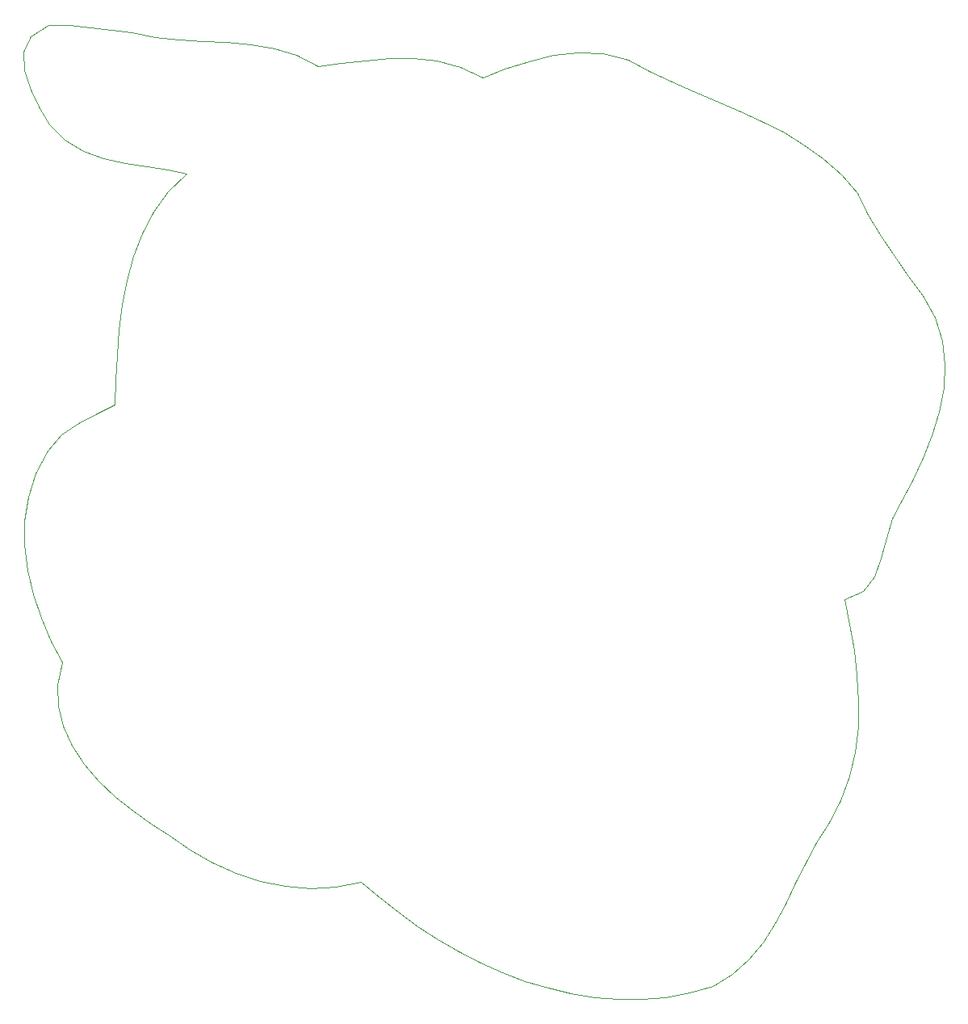
<source format=gm1>
G04 #@! TF.FileFunction,Profile,NP*
%FSLAX46Y46*%
G04 Gerber Fmt 4.6, Leading zero omitted, Abs format (unit mm)*
G04 Created by KiCad (PCBNEW 4.0.7) date Monday, 12 '12e' March '12e' 2018, 16:45:08*
%MOMM*%
%LPD*%
G01*
G04 APERTURE LIST*
%ADD10C,0.100000*%
%ADD11C,0.103269*%
G04 APERTURE END LIST*
D10*
D11*
X112140959Y-38840976D02*
X110276565Y-40019789D01*
X110276565Y-40019789D02*
X109505910Y-41674348D01*
X109505910Y-41674348D02*
X109572350Y-43615016D01*
X109572350Y-43615016D02*
X110219243Y-45652155D01*
X110219243Y-45652155D02*
X111189945Y-47596127D01*
X111189945Y-47596127D02*
X112227816Y-49257296D01*
X112227816Y-49257296D02*
X113817168Y-50932029D01*
X113817168Y-50932029D02*
X115738958Y-52087183D01*
X115738958Y-52087183D02*
X117886242Y-52847927D01*
X117886242Y-52847927D02*
X120152073Y-53339431D01*
X120152073Y-53339431D02*
X122429508Y-53686867D01*
X122429508Y-53686867D02*
X124611602Y-54015404D01*
X124611602Y-54015404D02*
X126591410Y-54450213D01*
X126591410Y-54450213D02*
X124656532Y-56341409D01*
X124656532Y-56341409D02*
X123106525Y-58435160D01*
X123106525Y-58435160D02*
X121895500Y-60699479D01*
X121895500Y-60699479D02*
X120977568Y-63102376D01*
X120977568Y-63102376D02*
X120306839Y-65611864D01*
X120306839Y-65611864D02*
X119837426Y-68195953D01*
X119837426Y-68195953D02*
X119523437Y-70822656D01*
X119523437Y-70822656D02*
X119318985Y-73459982D01*
X119318985Y-73459982D02*
X119178180Y-76075945D01*
X119178180Y-76075945D02*
X119055133Y-78638555D01*
X119055133Y-78638555D02*
X117215481Y-79602117D01*
X117215481Y-79602117D02*
X115269800Y-80587585D01*
X115269800Y-80587585D02*
X113469552Y-81821295D01*
X113469552Y-81821295D02*
X112066198Y-83529584D01*
X112066198Y-83529584D02*
X110776976Y-85859471D01*
X110776976Y-85859471D02*
X109970500Y-88306712D01*
X109970500Y-88306712D02*
X109595578Y-90835432D01*
X109595578Y-90835432D02*
X109601021Y-93409761D01*
X109601021Y-93409761D02*
X109935638Y-95993826D01*
X109935638Y-95993826D02*
X110548240Y-98551753D01*
X110548240Y-98551753D02*
X111387635Y-101047671D01*
X111387635Y-101047671D02*
X112402634Y-103445708D01*
X112402634Y-103445708D02*
X113542046Y-105709989D01*
X113542046Y-105709989D02*
X113053156Y-108024121D01*
X113053156Y-108024121D02*
X113113637Y-110254458D01*
X113113637Y-110254458D02*
X113651279Y-112390095D01*
X113651279Y-112390095D02*
X114593872Y-114420129D01*
X114593872Y-114420129D02*
X115869205Y-116333655D01*
X115869205Y-116333655D02*
X117405069Y-118119766D01*
X117405069Y-118119766D02*
X119129253Y-119767560D01*
X119129253Y-119767560D02*
X120969548Y-121266131D01*
X120969548Y-121266131D02*
X122853743Y-122604574D01*
X122853743Y-122604574D02*
X124709628Y-123771984D01*
X124709628Y-123771984D02*
X126916540Y-125325671D01*
X126916540Y-125325671D02*
X129275066Y-126671463D01*
X129275066Y-126671463D02*
X131755007Y-127779270D01*
X131755007Y-127779270D02*
X134326166Y-128619004D01*
X134326166Y-128619004D02*
X136958348Y-129160574D01*
X136958348Y-129160574D02*
X139621353Y-129373892D01*
X139621353Y-129373892D02*
X142284986Y-129228866D01*
X142284986Y-129228866D02*
X144919049Y-128695408D01*
X144919049Y-128695408D02*
X146797622Y-130303695D01*
X146797622Y-130303695D02*
X148767443Y-131848878D01*
X148767443Y-131848878D02*
X150821085Y-133318056D01*
X150821085Y-133318056D02*
X152951125Y-134698330D01*
X152951125Y-134698330D02*
X155150137Y-135976800D01*
X155150137Y-135976800D02*
X157410697Y-137140566D01*
X157410697Y-137140566D02*
X159725380Y-138176730D01*
X159725380Y-138176730D02*
X162086761Y-139072391D01*
X162086761Y-139072391D02*
X164487416Y-139814649D01*
X164487416Y-139814649D02*
X166919920Y-140390605D01*
X166919920Y-140390605D02*
X169376847Y-140787360D01*
X169376847Y-140787360D02*
X171850774Y-140992014D01*
X171850774Y-140992014D02*
X174334276Y-140991666D01*
X174334276Y-140991666D02*
X176819927Y-140773418D01*
X176819927Y-140773418D02*
X179300304Y-140324370D01*
X179300304Y-140324370D02*
X181767981Y-139631621D01*
X181767981Y-139631621D02*
X183832311Y-138377889D01*
X183832311Y-138377889D02*
X185562429Y-136821498D01*
X185562429Y-136821498D02*
X187024903Y-135023729D01*
X187024903Y-135023729D02*
X188286303Y-133045864D01*
X188286303Y-133045864D02*
X189413199Y-130949183D01*
X189413199Y-130949183D02*
X190472159Y-128794966D01*
X190472159Y-128794966D02*
X191529754Y-126644494D01*
X191529754Y-126644494D02*
X192652553Y-124559049D01*
X192652553Y-124559049D02*
X193907125Y-122599909D01*
X193907125Y-122599909D02*
X195202781Y-120166700D01*
X195202781Y-120166700D02*
X196123733Y-117647907D01*
X196123733Y-117647907D02*
X196712167Y-115061013D01*
X196712167Y-115061013D02*
X197010270Y-112423499D01*
X197010270Y-112423499D02*
X197060228Y-109752847D01*
X197060228Y-109752847D02*
X196904227Y-107066539D01*
X196904227Y-107066539D02*
X196584454Y-104382056D01*
X196584454Y-104382056D02*
X196143095Y-101716882D01*
X196143095Y-101716882D02*
X195622338Y-99088496D01*
X195622338Y-99088496D02*
X197514987Y-98224360D01*
X197514987Y-98224360D02*
X198700191Y-96712938D01*
X198700191Y-96712938D02*
X199434613Y-94784523D01*
X199434613Y-94784523D02*
X199974917Y-92669409D01*
X199974917Y-92669409D02*
X200577764Y-90597891D01*
X200577764Y-90597891D02*
X201499819Y-88800261D01*
X201499819Y-88800261D02*
X202709776Y-86599956D01*
X202709776Y-86599956D02*
X203822344Y-84282961D01*
X203822344Y-84282961D02*
X204777393Y-81878242D01*
X204777393Y-81878242D02*
X205514793Y-79414761D01*
X205514793Y-79414761D02*
X205974414Y-76921485D01*
X205974414Y-76921485D02*
X206096126Y-74427376D01*
X206096126Y-74427376D02*
X205819799Y-71961400D01*
X205819799Y-71961400D02*
X205085303Y-69552520D01*
X205085303Y-69552520D02*
X203832507Y-67229701D01*
X203832507Y-67229701D02*
X202303436Y-65168009D01*
X202303436Y-65168009D02*
X200805904Y-63089509D01*
X200805904Y-63089509D02*
X199384991Y-60967595D01*
X199384991Y-60967595D02*
X198085777Y-58775664D01*
X198085777Y-58775664D02*
X196953340Y-56487109D01*
X196953340Y-56487109D02*
X195232131Y-54556486D01*
X195232131Y-54556486D02*
X193334969Y-52870104D01*
X193334969Y-52870104D02*
X191289470Y-51390479D01*
X191289470Y-51390479D02*
X189123249Y-50080127D01*
X189123249Y-50080127D02*
X186863920Y-48901563D01*
X186863920Y-48901563D02*
X184539101Y-47817301D01*
X184539101Y-47817301D02*
X182176405Y-46789858D01*
X182176405Y-46789858D02*
X179803449Y-45781749D01*
X179803449Y-45781749D02*
X177447847Y-44755488D01*
X177447847Y-44755488D02*
X175137215Y-43673592D01*
X175137215Y-43673592D02*
X172899169Y-42498576D01*
X172899169Y-42498576D02*
X170317180Y-41852357D01*
X170317180Y-41852357D02*
X167690365Y-41735153D01*
X167690365Y-41735153D02*
X165063708Y-42035623D01*
X165063708Y-42035623D02*
X162482190Y-42642426D01*
X162482190Y-42642426D02*
X159990796Y-43444222D01*
X159990796Y-43444222D02*
X157634509Y-44329669D01*
X157634509Y-44329669D02*
X155315990Y-43234412D01*
X155315990Y-43234412D02*
X152879022Y-42601222D01*
X152879022Y-42601222D02*
X150365703Y-42339064D01*
X150365703Y-42339064D02*
X147818131Y-42356905D01*
X147818131Y-42356905D02*
X145278405Y-42563711D01*
X145278405Y-42563711D02*
X142788623Y-42868447D01*
X142788623Y-42868447D02*
X140390883Y-43180080D01*
X140390883Y-43180080D02*
X138150688Y-42025284D01*
X138150688Y-42025284D02*
X135794323Y-41295191D01*
X135794323Y-41295191D02*
X133351137Y-40879188D01*
X133351137Y-40879188D02*
X130850478Y-40666659D01*
X130850478Y-40666659D02*
X128321693Y-40546988D01*
X128321693Y-40546988D02*
X125794130Y-40409562D01*
X125794130Y-40409562D02*
X123297137Y-40143765D01*
X123297137Y-40143765D02*
X120860062Y-39638981D01*
X120860062Y-39638981D02*
X118683391Y-39386151D01*
X118683391Y-39386151D02*
X116502214Y-39098395D01*
X116502214Y-39098395D02*
X114320174Y-38881430D01*
X114320174Y-38881430D02*
X112140910Y-38840976D01*
X112140910Y-38840976D02*
X112140959Y-38840976D01*
M02*

</source>
